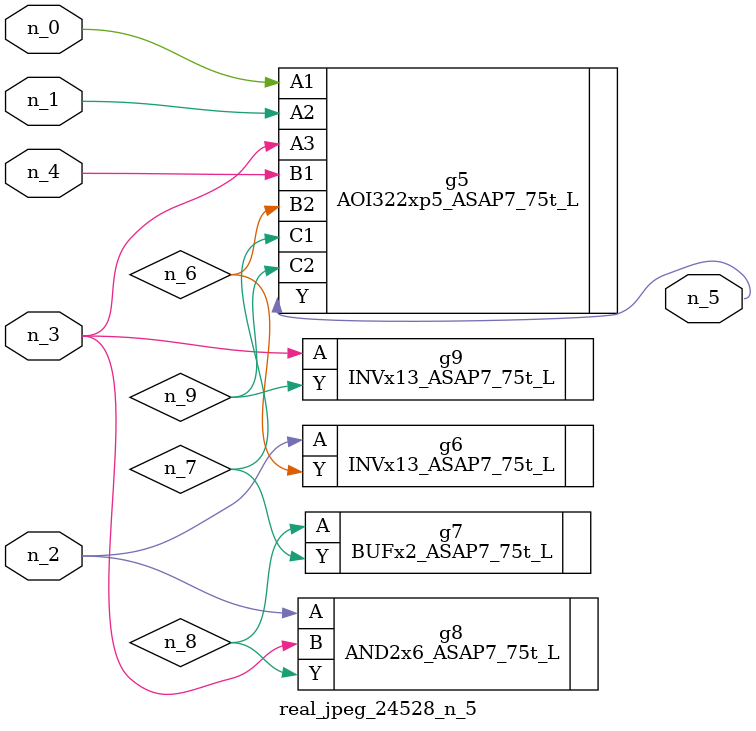
<source format=v>
module real_jpeg_24528_n_5 (n_4, n_0, n_1, n_2, n_3, n_5);

input n_4;
input n_0;
input n_1;
input n_2;
input n_3;

output n_5;

wire n_8;
wire n_6;
wire n_7;
wire n_9;

AOI322xp5_ASAP7_75t_L g5 ( 
.A1(n_0),
.A2(n_1),
.A3(n_3),
.B1(n_4),
.B2(n_6),
.C1(n_7),
.C2(n_9),
.Y(n_5)
);

INVx13_ASAP7_75t_L g6 ( 
.A(n_2),
.Y(n_6)
);

AND2x6_ASAP7_75t_L g8 ( 
.A(n_2),
.B(n_3),
.Y(n_8)
);

INVx13_ASAP7_75t_L g9 ( 
.A(n_3),
.Y(n_9)
);

BUFx2_ASAP7_75t_L g7 ( 
.A(n_8),
.Y(n_7)
);


endmodule
</source>
